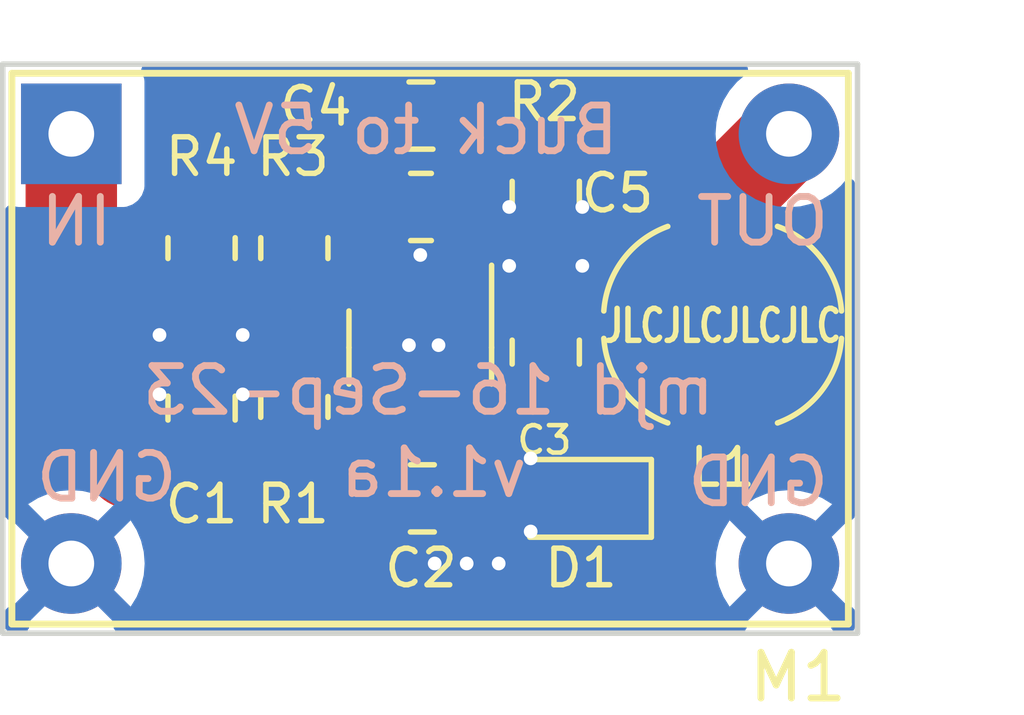
<source format=kicad_pcb>
(kicad_pcb (version 20221018) (generator pcbnew)
  (layers (0 "F.Cu" signal) (31 "B.Cu" signal) (34 "B.Paste" user) (35 "F.Paste" user) (36 "B.SilkS" user "B.Silkscreen") (37 "F.SilkS" user "F.Silkscreen") (38 "B.Mask" user) (39 "F.Mask" user) (44 "Edge.Cuts" user))
  (net 0 "")
  (net 1 "/IN")
  (net 2 "GND")
  (net 3 "Net-(U1-BST)")
  (net 4 "Net-(D1-K)")
  (net 5 "/OUT")
  (net 6 "Net-(U1-FB)")
  (net 7 "Net-(U1-EN)")
  (net 8 "Net-(R3-Pad2)")
  (footprint "buck:MP2307_DCDC_CONVERTER" (layer "F.Cu") (at 140.65 92.6)
    (fp_text reference "M1" (at 17.0434 11.8872 unlocked) (layer "F.SilkS") (effects (justify right)))
    (fp_text value "DCDC_CONVERTER_CCCV_ADJ")
    (fp_line (start -1.3 -1.325) (end 17 -1.325) (stroke (width 0.15)) (layer "F.SilkS"))
    (fp_line (start -1.3 10.725) (end -1.3 -1.325) (stroke (width 0.15)) (layer "F.SilkS"))
    (fp_line (start 17 -1.325) (end 17 10.725) (stroke (width 0.15)) (layer "F.SilkS"))
    (fp_line (start 17 10.725) (end -1.3 10.725) (stroke (width 0.15)) (layer "F.SilkS"))
    (fp_line (start -1.5 -1.525) (end 17.2 -1.525) (stroke (width 0.12)) (layer "Edge.Cuts"))
    (fp_line (start -1.5 10.925) (end -1.5 -1.525) (stroke (width 0.12)) (layer "Edge.Cuts"))
    (fp_line (start 17.2 -1.525) (end 17.2 10.925) (stroke (width 0.12)) (layer "Edge.Cuts"))
    (fp_line (start 17.2 10.925) (end -1.5 10.925) (stroke (width 0.12)) (layer "Edge.Cuts"))
    (pad "1" thru_hole rect (at 0 0) (size 2.2 2.2) (drill 1) (layers "*.Cu" "*.Mask") (net 1 "/IN"))
    (pad "2" thru_hole circle (at 0 9.4) (size 2.2 2.2) (drill 1) (layers "*.Cu" "*.Mask") (net 2 "GND"))
    (pad "3" thru_hole circle (at 15.7 0) (size 2.2 2.2) (drill 1) (layers "*.Cu" "*.Mask") (net 5 "/OUT"))
    (pad "4" thru_hole circle (at 15.7 9.4) (size 2.2 2.2) (drill 1) (layers "*.Cu" "*.Mask") (net 2 "GND"))
  )
  (footprint "buck:L_Shouhan_CY43_5.0x4.5mm" (layer "F.Cu") (at 154.9 96.775 90)
    (fp_text reference "L1" (at -3.125 0 180) (layer "F.SilkS") (effects (font (size 0.8 0.8) (thickness 0.12))))
    (fp_text value "2.1A 3.3uH 51mΩ")
    (fp_arc (start -2.15 -1.2) (mid -1.432349 -2.173997) (end -0.3 -2.6) (stroke (width 0.12)) (layer "F.SilkS"))
    (fp_arc (start -0.3 2.6) (mid -1.43235 2.173998) (end -2.15 1.2) (stroke (width 0.12)) (layer "F.SilkS"))
    (fp_arc (start 0.3 -2.6) (mid 1.432241 -2.173855) (end 2.15 -1.2) (stroke (width 0.12)) (layer "F.SilkS"))
    (fp_arc (start 2.15 1.2) (mid 1.432349 2.173997) (end 0.3 2.6) (stroke (width 0.12)) (layer "F.SilkS"))
    (pad "1" smd roundrect (at -1.625 0 90) (size 1.75 4.5) (layers "F.Cu" "F.Paste" "F.Mask") (roundrect_rratio 0) (chamfer_ratio 0.2) (chamfer top_left bottom_left) (net 4 "Net-(D1-K)"))
    (pad "2" smd roundrect (at 1.625 0 90) (size 1.75 4.5) (layers "F.Cu" "F.Paste" "F.Mask") (roundrect_rratio 0) (chamfer_ratio 0.2) (chamfer top_right bottom_right) (net 5 "/OUT"))
  )
  (footprint "Capacitor_SMD:C_0805_2012Metric" (layer "F.Cu") (at 143.5 98.6 90)
    (fp_text reference "C1" (at -2.1 0 180) (layer "F.SilkS") (effects (font (size 0.8 0.8) (thickness 0.12))))
    (fp_text value "10u 25V")
    (fp_line (start -0.261252 -0.735) (end 0.261252 -0.735) (stroke (width 0.12)) (layer "F.SilkS"))
    (fp_line (start -0.261252 0.735) (end 0.261252 0.735) (stroke (width 0.12)) (layer "F.SilkS"))
    (pad "1" smd roundrect (at -0.95 0 90) (size 1 1.45) (layers "F.Cu" "F.Paste" "F.Mask") (net 1 "/IN"))
    (pad "2" smd roundrect (at 0.95 0 90) (size 1 1.45) (layers "F.Cu" "F.Paste" "F.Mask") (net 2 "GND"))
  )
  (footprint "Capacitor_SMD:C_0805_2012Metric" (layer "F.Cu") (at 148.33 100.575)
    (fp_text reference "C2" (at -0.03 1.525) (layer "F.SilkS") (effects (font (size 0.8 0.8) (thickness 0.12))))
    (fp_text value "100n 50V")
    (fp_line (start -0.261252 -0.735) (end 0.261252 -0.735) (stroke (width 0.12)) (layer "F.SilkS"))
    (fp_line (start -0.261252 0.735) (end 0.261252 0.735) (stroke (width 0.12)) (layer "F.SilkS"))
    (pad "1" smd roundrect (at -0.95 0) (size 1 1.45) (layers "F.Cu" "F.Paste" "F.Mask") (net 1 "/IN"))
    (pad "2" smd roundrect (at 0.95 0) (size 1 1.45) (layers "F.Cu" "F.Paste" "F.Mask") (net 2 "GND"))
  )
  (footprint "Capacitor_SMD:C_0805_2012Metric" (layer "F.Cu") (at 151.03 93.9 -90)
    (fp_text reference "C5" (at 0 -1.57 180) (layer "F.SilkS") (effects (font (size 0.8 0.8) (thickness 0.12))))
    (fp_text value "10u 25V")
    (fp_line (start -0.261252 -0.735) (end 0.261252 -0.735) (stroke (width 0.12)) (layer "F.SilkS"))
    (fp_line (start -0.261252 0.735) (end 0.261252 0.735) (stroke (width 0.12)) (layer "F.SilkS"))
    (pad "1" smd roundrect (at -0.95 0 270) (size 1 1.45) (layers "F.Cu" "F.Paste" "F.Mask") (net 5 "/OUT"))
    (pad "2" smd roundrect (at 0.95 0 270) (size 1 1.45) (layers "F.Cu" "F.Paste" "F.Mask") (net 2 "GND"))
  )
  (footprint "Capacitor_SMD:C_0805_2012Metric" (layer "F.Cu") (at 151.03 97.375 -90)
    (fp_text reference "C3" (at 1.925 0.03) (layer "F.SilkS") (effects (font (size 0.6 0.6) (thickness 0.1) bold)))
    (fp_text value "100n 50V")
    (fp_line (start -0.261252 -0.735) (end 0.261252 -0.735) (stroke (width 0.12)) (layer "F.SilkS"))
    (fp_line (start -0.261252 0.735) (end 0.261252 0.735) (stroke (width 0.12)) (layer "F.SilkS"))
    (pad "1" smd roundrect (at -0.95 0 270) (size 1 1.45) (layers "F.Cu" "F.Paste" "F.Mask") (net 3 "Net-(U1-BST)"))
    (pad "2" smd roundrect (at 0.95 0 270) (size 1 1.45) (layers "F.Cu" "F.Paste" "F.Mask") (net 4 "Net-(D1-K)"))
  )
  (footprint "Resistor_SMD:R_0805_2012Metric" (layer "F.Cu") (at 145.53 98.575 -90)
    (fp_text reference "R1" (at 2.125 0.03) (layer "F.SilkS") (effects (font (size 0.8 0.8) (thickness 0.12))))
    (fp_text value "470k")
    (fp_line (start -0.227064 -0.735) (end 0.227064 -0.735) (stroke (width 0.12)) (layer "F.SilkS"))
    (fp_line (start -0.227064 0.735) (end 0.227064 0.735) (stroke (width 0.12)) (layer "F.SilkS"))
    (pad "1" smd roundrect (at -0.9125 0 270) (size 1.025 1.4) (layers "F.Cu" "F.Paste" "F.Mask") (roundrect_rratio 0.243902439) (net 7 "Net-(U1-EN)"))
    (pad "2" smd roundrect (at 0.9125 0 270) (size 1.025 1.4) (layers "F.Cu" "F.Paste" "F.Mask") (roundrect_rratio 0.243902439) (net 1 "/IN"))
  )
  (footprint "Resistor_SMD:R_0805_2012Metric" (layer "F.Cu") (at 145.53 95.1 90)
    (fp_text reference "R3" (at 2 -0.03 180) (layer "F.SilkS") (effects (font (size 0.8 0.8) (thickness 0.12))))
    (fp_text value "18k")
    (fp_line (start -0.227064 -0.735) (end 0.227064 -0.735) (stroke (width 0.12)) (layer "F.SilkS"))
    (fp_line (start -0.227064 0.735) (end 0.227064 0.735) (stroke (width 0.12)) (layer "F.SilkS"))
    (pad "1" smd roundrect (at -0.9125 0 90) (size 1.025 1.4) (layers "F.Cu" "F.Paste" "F.Mask") (roundrect_rratio 0.243902439) (net 6 "Net-(U1-FB)"))
    (pad "2" smd roundrect (at 0.9125 0 90) (size 1.025 1.4) (layers "F.Cu" "F.Paste" "F.Mask") (roundrect_rratio 0.243902439) (net 8 "Net-(R3-Pad2)"))
  )
  (footprint "Resistor_SMD:R_0805_2012Metric" (layer "F.Cu") (at 143.5 95.1 90)
    (fp_text reference "R4" (at 2 0 180) (layer "F.SilkS") (effects (font (size 0.8 0.8) (thickness 0.12))))
    (fp_text value "1k")
    (fp_line (start -0.227064 -0.735) (end 0.227064 -0.735) (stroke (width 0.12)) (layer "F.SilkS"))
    (fp_line (start -0.227064 0.735) (end 0.227064 0.735) (stroke (width 0.12)) (layer "F.SilkS"))
    (pad "1" smd roundrect (at -0.9125 0 90) (size 1.025 1.4) (layers "F.Cu" "F.Paste" "F.Mask") (roundrect_rratio 0.243902439) (net 2 "GND"))
    (pad "2" smd roundrect (at 0.9125 0 90) (size 1.025 1.4) (layers "F.Cu" "F.Paste" "F.Mask") (roundrect_rratio 0.243902439) (net 8 "Net-(R3-Pad2)"))
  )
  (footprint "Diode_SMD:D_SOD-323" (layer "F.Cu") (at 151.73 100.575 180)
    (fp_text reference "D1" (at -0.07 -1.525) (layer "F.SilkS") (effects (font (size 0.8 0.8) (thickness 0.12))))
    (fp_text value "1N5819")
    (fp_line (start -1.61 -0.85) (end -1.61 0.85) (stroke (width 0.12)) (layer "F.SilkS"))
    (fp_line (start -1.61 -0.85) (end 1.05 -0.85) (stroke (width 0.12)) (layer "F.SilkS"))
    (fp_line (start -1.61 0.85) (end 1.05 0.85) (stroke (width 0.12)) (layer "F.SilkS"))
    (pad "1" smd roundrect (at -1.05 0 180) (size 0.6 0.45) (layers "F.Cu" "F.Paste" "F.Mask") (net 4 "Net-(D1-K)"))
    (pad "2" smd roundrect (at 1.05 0 180) (size 0.6 0.45) (layers "F.Cu" "F.Paste" "F.Mask") (net 2 "GND"))
  )
  (footprint "Resistor_SMD:R_0805_2012Metric" (layer "F.Cu") (at 148.3 94.2 180)
    (fp_text reference "R2" (at -2.7 2.3) (layer "F.SilkS") (effects (font (size 0.8 0.8) (thickness 0.12))))
    (fp_text value "100k")
    (fp_line (start -0.227064 -0.735) (end 0.227064 -0.735) (stroke (width 0.12)) (layer "F.SilkS"))
    (fp_line (start -0.227064 0.735) (end 0.227064 0.735) (stroke (width 0.12)) (layer "F.SilkS"))
    (pad "1" smd roundrect (at -0.9125 0 180) (size 1.025 1.4) (layers "F.Cu" "F.Paste" "F.Mask") (roundrect_rratio 0.243902439) (net 5 "/OUT"))
    (pad "2" smd roundrect (at 0.9125 0 180) (size 1.025 1.4) (layers "F.Cu" "F.Paste" "F.Mask") (roundrect_rratio 0.243902439) (net 6 "Net-(U1-FB)"))
  )
  (footprint "Package_TO_SOT_SMD:SOT-23-6" (layer "F.Cu") (at 148.285 97.275 -90)
    (fp_text reference "U1" hide)
    (fp_text value "TPMP2359DJ")
    (fp_line (start 0 -1.56) (end -1.8 -1.56) (stroke (width 0.12)) (layer "F.SilkS"))
    (fp_line (start 0 -1.56) (end 0.8 -1.56) (stroke (width 0.12)) (layer "F.SilkS"))
    (fp_line (start 0 1.56) (end -0.8 1.56) (stroke (width 0.12)) (layer "F.SilkS"))
    (fp_line (start 0 1.56) (end 0.8 1.56) (stroke (width 0.12)) (layer "F.SilkS"))
    (pad "1" smd roundrect (at -1.1375 -0.95 270) (size 1.325 0.6) (layers "F.Cu" "F.Paste" "F.Mask") (net 3 "Net-(U1-BST)"))
    (pad "2" smd roundrect (at -1.1375 0 270) (size 1.325 0.6) (layers "F.Cu" "F.Paste" "F.Mask") (net 2 "GND"))
    (pad "3" smd roundrect (at -1.1375 0.95 270) (size 1.325 0.6) (layers "F.Cu" "F.Paste" "F.Mask") (net 6 "Net-(U1-FB)"))
    (pad "4" smd roundrect (at 1.1375 0.95 270) (size 1.325 0.6) (layers "F.Cu" "F.Paste" "F.Mask") (net 7 "Net-(U1-EN)"))
    (pad "5" smd roundrect (at 1.1375 0 270) (size 1.325 0.6) (layers "F.Cu" "F.Paste" "F.Mask") (net 1 "/IN"))
    (pad "6" smd roundrect (at 1.1375 -0.95 270) (size 1.325 0.6) (layers "F.Cu" "F.Paste" "F.Mask") (net 4 "Net-(D1-K)"))
  )
  (footprint "Capacitor_SMD:C_0805_2012Metric" (layer "F.Cu") (at 148.3 92.2 180)
    (fp_text reference "C4" (at 2.3 0.2) (layer "F.SilkS") (effects (font (size 0.8 0.8) (thickness 0.12))))
    (fp_text value "33p 50V C0G")
    (fp_line (start -0.261252 -0.735) (end 0.261252 -0.735) (stroke (width 0.12)) (layer "F.SilkS"))
    (fp_line (start -0.261252 0.735) (end 0.261252 0.735) (stroke (width 0.12)) (layer "F.SilkS"))
    (pad "1" smd roundrect (at -0.95 0 180) (size 1 1.45) (layers "F.Cu" "F.Paste" "F.Mask") (net 5 "/OUT"))
    (pad "2" smd roundrect (at 0.95 0 180) (size 1 1.45) (layers "F.Cu" "F.Paste" "F.Mask") (net 6 "Net-(U1-FB)"))
  )
  (gr_text "GND" (at 157.3 100.8) (layer "B.SilkS") (effects (font (size 1 1)) (justify left bottom mirror)))
  (gr_text "OUT" (at 157.3 95.1) (layer "B.SilkS") (effects (font (size 1 1)) (justify left bottom mirror)))
  (gr_text "mjd 16-Sep-23" (at 154.8 98.8) (layer "B.SilkS") (effects (font (size 1 1)) (justify left bottom mirror)))
  (gr_text "v1.1a" (at 150.7 100.6) (layer "B.SilkS") (effects (font (size 1 1)) (justify left bottom mirror)))
  (gr_text "GND" (at 139.8 100.7) (layer "B.SilkS") (effects (font (size 1 1)) (justify right bottom mirror)))
  (gr_text "IN" (at 139.9 95.1) (layer "B.SilkS") (effects (font (size 1 1)) (justify right bottom mirror)))
  (gr_text "Buck to 5V" (at 152.7 93.1) (layer "B.SilkS") (effects (font (size 1 1)) (justify left bottom mirror)))
  (gr_text "JLCJLCJLCJLC" (at 154.9 96.8) (layer "F.SilkS") (effects (font (size 0.7 0.5) (thickness 0.12))))
  (segment (start 146.2925 99.4875) (end 147.38 100.575) (width 1) (layer "F.Cu") (net 1))
  (segment (start 145.4675 99.55) (end 145.53 99.4875) (width 1) (layer "F.Cu") (net 1))
  (segment (start 141.958216 99.8) (end 143.25 99.8) (width 2) (layer "F.Cu") (net 1))
  (segment (start 140.65 92.6) (end 140.65 98.491784) (width 2) (layer "F.Cu") (net 1))
  (segment (start 143.5 99.55) (end 145.4675 99.55) (width 1) (layer "F.Cu") (net 1))
  (segment (start 143.25 99.8) (end 143.5 99.55) (width 2) (layer "F.Cu") (net 1))
  (segment (start 148.285 99.67) (end 147.38 100.575) (width 0.6) (layer "F.Cu") (net 1))
  (segment (start 140.65 98.491784) (end 141.958216 99.8) (width 2) (layer "F.Cu") (net 1))
  (segment (start 145.53 99.4875) (end 146.2925 99.4875) (width 1) (layer "F.Cu") (net 1))
  (segment (start 148.285 98.4125) (end 148.285 99.67) (width 0.6) (layer "F.Cu") (net 1))
  (segment (start 150.68 100.575) (end 150.7 100.555) (width 0.6) (layer "F.Cu") (net 2))
  (segment (start 149.28 101.98) (end 149.3 102) (width 0.6) (layer "F.Cu") (net 2))
  (segment (start 148.285 96.1375) (end 148.285 96.974858) (width 0.6) (layer "F.Cu") (net 2))
  (segment (start 143.229537 97.65) (end 142.579537 97) (width 0.6) (layer "F.Cu") (net 2))
  (segment (start 150.88 94.85) (end 150.23 94.2) (width 0.6) (layer "F.Cu") (net 2))
  (segment (start 149.28 100.575) (end 149.28 100.78) (width 1) (layer "F.Cu") (net 2))
  (segment (start 150 101.99999) (end 149.95999 101.99999) (width 0.6) (layer "F.Cu") (net 2))
  (segment (start 151.191777 94.85) (end 151.83 95.488223) (width 0.6) (layer "F.Cu") (net 2))
  (segment (start 150.868223 94.85) (end 150.23 95.488223) (width 0.6) (layer "F.Cu") (net 2))
  (segment (start 150.68 100.575) (end 150.7 100.595) (width 0.6) (layer "F.Cu") (net 2))
  (segment (start 148.285 96.974858) (end 148.036805 97.223053) (width 0.6) (layer "F.Cu") (net 2))
  (segment (start 148.285 96.1375) (end 148.285 96.82419) (width 0.6) (layer "F.Cu") (net 2))
  (segment (start 150.7 100.595) (end 150.7 101.3) (width 0.6) (layer "F.Cu") (net 2))
  (segment (start 143.5 96.0125) (end 143.5 97.65) (width 0.6) (layer "F.Cu") (net 2))
  (segment (start 148.285 96.1375) (end 148.285 95.25) (width 0.6) (layer "F.Cu") (net 2))
  (segment (start 149.95999 101.99999) (end 149.28 101.32) (width 0.6) (layer "F.Cu") (net 2))
  (segment (start 143.75 97.65) (end 144.4 98.3) (width 0.6) (layer "F.Cu") (net 2))
  (segment (start 143.5 97.65) (end 143.75 97.65) (width 0.6) (layer "F.Cu") (net 2))
  (segment (start 149.28 101.32) (end 148.60001 101.99999) (width 0.6) (layer "F.Cu") (net 2))
  (segment (start 151.03 94.85) (end 151.18 94.85) (width 0.6) (layer "F.Cu") (net 2))
  (segment (start 143.229537 97.65) (end 142.579537 98.3) (width 0.6) (layer "F.Cu") (net 2))
  (segment (start 148.285 96.82419) (end 148.683863 97.223053) (width 0.6) (layer "F.Cu") (net 2))
  (segment (start 150.7 100.555) (end 150.7 99.7) (width 0.6) (layer "F.Cu") (net 2))
  (segment (start 149.28 101.32) (end 149.28 101.98) (width 0.6) (layer "F.Cu") (net 2))
  (segment (start 151.03 94.85) (end 150.88 94.85) (width 0.6) (layer "F.Cu") (net 2))
  (segment (start 143.75 97.65) (end 144.4 97) (width 0.6) (layer "F.Cu") (net 2))
  (segment (start 151.18 94.85) (end 151.83 94.2) (width 0.6) (layer "F.Cu") (net 2))
  (segment (start 149.28 100.575) (end 149.28 101.32) (width 1) (layer "F.Cu") (net 2))
  (segment (start 148.60001 101.99999) (end 148.6 101.99999) (width 0.6) (layer "F.Cu") (net 2))
  (segment (start 150.68 100.575) (end 149.28 100.575) (width 0.6) (layer "F.Cu") (net 2))
  (segment (start 143.5 97.65) (end 143.229537 97.65) (width 0.6) (layer "F.Cu") (net 2))
  (via (at 148.6 101.99999) (size 0.6) (drill 0.3) (layers "F.Cu" "B.Cu") (net 2))
  (via (at 144.4 98.3) (size 0.6) (drill 0.3) (layers "F.Cu" "B.Cu") (net 2))
  (via (at 150.23 94.2) (size 0.6) (drill 0.3) (layers "F.Cu" "B.Cu") (net 2))
  (via (at 144.4 97) (size 0.6) (drill 0.3) (layers "F.Cu" "B.Cu") (net 2))
  (via (at 148.683863 97.223053) (size 0.6) (drill 0.3) (layers "F.Cu" "B.Cu") (net 2))
  (via (at 142.579537 97) (size 0.6) (drill 0.3) (layers "F.Cu" "B.Cu") (net 2))
  (via (at 150.7 99.7) (size 0.6) (drill 0.3) (layers "F.Cu" "B.Cu") (net 2))
  (via (at 150 101.99999) (size 0.6) (drill 0.3) (layers "F.Cu" "B.Cu") (net 2))
  (via (at 149.3 102) (size 0.6) (drill 0.3) (layers "F.Cu" "B.Cu") (net 2))
  (via (at 151.83 95.488223) (size 0.6) (drill 0.3) (layers "F.Cu" "B.Cu") (net 2))
  (via (at 151.83 94.2) (size 0.6) (drill 0.3) (layers "F.Cu" "B.Cu") (net 2))
  (via (at 148.285 95.25) (size 0.6) (drill 0.3) (layers "F.Cu" "B.Cu") (net 2))
  (via (at 150.7 101.3) (size 0.6) (drill 0.3) (layers "F.Cu" "B.Cu") (net 2))
  (via (at 148.036805 97.223053) (size 0.6) (drill 0.3) (layers "F.Cu" "B.Cu") (net 2))
  (via (at 150.23 95.488223) (size 0.6) (drill 0.3) (layers "F.Cu" "B.Cu") (net 2))
  (via (at 142.579537 98.3) (size 0.6) (drill 0.3) (layers "F.Cu" "B.Cu") (net 2))
  (segment (start 149.235 96.1375) (end 149.4975 96.4) (width 0.6) (layer "F.Cu") (net 3))
  (segment (start 151.005 96.4) (end 151.03 96.425) (width 0.6) (layer "F.Cu") (net 3))
  (segment (start 149.4975 96.4) (end 151.005 96.4) (width 0.6) (layer "F.Cu") (net 3))
  (segment (start 151.03 98.325) (end 154.825 98.325) (width 1) (layer "F.Cu") (net 4))
  (segment (start 154.825 98.325) (end 154.9 98.4) (width 1) (layer "F.Cu") (net 4))
  (segment (start 152.78 100.075) (end 151.03 98.325) (width 1) (layer "F.Cu") (net 4))
  (segment (start 152.78 100.575) (end 152.78 100.075) (width 1) (layer "F.Cu") (net 4))
  (segment (start 150.9425 98.4125) (end 149.285 98.4125) (width 1) (layer "F.Cu") (net 4))
  (segment (start 150.9425 98.4125) (end 151.03 98.325) (width 0.6) (layer "F.Cu") (net 4))
  (segment (start 149.25 92.2) (end 150.28 92.2) (width 0.6) (layer "F.Cu") (net 5))
  (segment (start 149.2125 92.2375) (end 149.25 92.2) (width 0.6) (layer "F.Cu") (net 5))
  (segment (start 153.742442 92.892442) (end 154.9 94.05) (width 1) (layer "F.Cu") (net 5))
  (segment (start 154.9 95.15) (end 154.9 94.05) (width 2) (layer "F.Cu") (net 5))
  (segment (start 150.28 92.2) (end 151.03 92.95) (width 0.6) (layer "F.Cu") (net 5))
  (segment (start 151.03 92.95) (end 151.087558 92.892442) (width 1) (layer "F.Cu") (net 5))
  (segment (start 154.9 94.05) (end 156.35 92.6) (width 2) (layer "F.Cu") (net 5))
  (segment (start 151.087558 92.892442) (end 153.742442 92.892442) (width 1) (layer "F.Cu") (net 5))
  (segment (start 149.2125 94.2) (end 149.2125 92.2375) (width 0.6) (layer "F.Cu") (net 5))
  (segment (start 147.3875 94.2) (end 147.335 94.2525) (width 0.6) (layer "F.Cu") (net 6))
  (segment (start 147.335 94.2525) (end 147.335 96.1375) (width 0.6) (layer "F.Cu") (net 6))
  (segment (start 147.35 94.1625) (end 147.3875 94.2) (width 0.6) (layer "F.Cu") (net 6))
  (segment (start 145.53 96.0125) (end 147.21 96.0125) (width 0.6) (layer "F.Cu") (net 6))
  (segment (start 147.35 92.2) (end 147.35 94.1625) (width 0.6) (layer "F.Cu") (net 6))
  (segment (start 147.21 96.0125) (end 147.335 96.1375) (width 0.6) (layer "F.Cu") (net 6))
  (segment (start 147.1225 98.2) (end 147.335 98.4125) (width 0.6) (layer "F.Cu") (net 7))
  (segment (start 146.0675 98.2) (end 147.1225 98.2) (width 0.6) (layer "F.Cu") (net 7))
  (segment (start 145.53 97.6625) (end 146.0675 98.2) (width 0.6) (layer "F.Cu") (net 7))
  (segment (start 143.5 94.1875) (end 145.53 94.1875) (width 0.6) (layer "F.Cu") (net 8))
  (zone (net 2) (net_name "GND") (layer "B.Cu") (connect_pads (clearance 0.5)) (min_thickness 0.25) (fill yes (thermal_gap 0.5) (thermal_bridge_width 0.5))
    (polygon (pts (xy 139.2 91) (xy 157.8 91) (xy 157.8 103.5) (xy 139.2 103.5)))
  )
)
</source>
